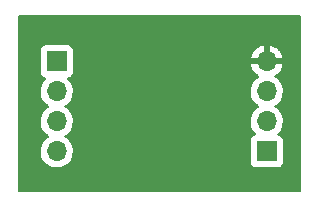
<source format=gbr>
%TF.GenerationSoftware,KiCad,Pcbnew,(6.0.6)*%
%TF.CreationDate,2022-10-14T11:17:07+05:30*%
%TF.ProjectId,SHT30_breakout,53485433-305f-4627-9265-616b6f75742e,rev?*%
%TF.SameCoordinates,Original*%
%TF.FileFunction,Copper,L2,Bot*%
%TF.FilePolarity,Positive*%
%FSLAX46Y46*%
G04 Gerber Fmt 4.6, Leading zero omitted, Abs format (unit mm)*
G04 Created by KiCad (PCBNEW (6.0.6)) date 2022-10-14 11:17:07*
%MOMM*%
%LPD*%
G01*
G04 APERTURE LIST*
%TA.AperFunction,ComponentPad*%
%ADD10R,1.700000X1.700000*%
%TD*%
%TA.AperFunction,ComponentPad*%
%ADD11O,1.700000X1.700000*%
%TD*%
G04 APERTURE END LIST*
D10*
%TO.P,J1,1,Pin_1*%
%TO.N,Net-(IC1-Pad1)*%
X83820000Y-58420000D03*
D11*
%TO.P,J1,2,Pin_2*%
%TO.N,Net-(IC1-Pad2)*%
X83820000Y-60960000D03*
%TO.P,J1,3,Pin_3*%
%TO.N,Net-(J1-Pad3)*%
X83820000Y-63500000D03*
%TO.P,J1,4,Pin_4*%
%TO.N,Net-(IC1-Pad4)*%
X83820000Y-66040000D03*
%TD*%
D10*
%TO.P,J2,1,Pin_1*%
%TO.N,Net-(C1-Pad1)*%
X101600000Y-66040000D03*
D11*
%TO.P,J2,2,Pin_2*%
%TO.N,Net-(J2-Pad2)*%
X101600000Y-63500000D03*
%TO.P,J2,3,Pin_3*%
%TO.N,Net-(J2-Pad3)*%
X101600000Y-60960000D03*
%TO.P,J2,4,Pin_4*%
%TO.N,GND*%
X101600000Y-58420000D03*
%TD*%
%TA.AperFunction,Conductor*%
%TO.N,GND*%
G36*
X104433621Y-54528502D02*
G01*
X104480114Y-54582158D01*
X104491500Y-54634500D01*
X104491500Y-69365500D01*
X104471498Y-69433621D01*
X104417842Y-69480114D01*
X104365500Y-69491500D01*
X80634500Y-69491500D01*
X80566379Y-69471498D01*
X80519886Y-69417842D01*
X80508500Y-69365500D01*
X80508500Y-66006695D01*
X82457251Y-66006695D01*
X82457548Y-66011848D01*
X82457548Y-66011851D01*
X82463011Y-66106590D01*
X82470110Y-66229715D01*
X82471247Y-66234761D01*
X82471248Y-66234767D01*
X82491119Y-66322939D01*
X82519222Y-66447639D01*
X82603266Y-66654616D01*
X82719987Y-66845088D01*
X82866250Y-67013938D01*
X83038126Y-67156632D01*
X83231000Y-67269338D01*
X83439692Y-67349030D01*
X83444760Y-67350061D01*
X83444763Y-67350062D01*
X83552017Y-67371883D01*
X83658597Y-67393567D01*
X83663772Y-67393757D01*
X83663774Y-67393757D01*
X83876673Y-67401564D01*
X83876677Y-67401564D01*
X83881837Y-67401753D01*
X83886957Y-67401097D01*
X83886959Y-67401097D01*
X84098288Y-67374025D01*
X84098289Y-67374025D01*
X84103416Y-67373368D01*
X84108366Y-67371883D01*
X84312429Y-67310661D01*
X84312434Y-67310659D01*
X84317384Y-67309174D01*
X84517994Y-67210896D01*
X84699860Y-67081173D01*
X84858096Y-66923489D01*
X84917594Y-66840689D01*
X84985435Y-66746277D01*
X84988453Y-66742077D01*
X85087430Y-66541811D01*
X85152370Y-66328069D01*
X85181529Y-66106590D01*
X85183156Y-66040000D01*
X85164852Y-65817361D01*
X85110431Y-65600702D01*
X85021354Y-65395840D01*
X84900014Y-65208277D01*
X84749670Y-65043051D01*
X84745619Y-65039852D01*
X84745615Y-65039848D01*
X84578414Y-64907800D01*
X84578410Y-64907798D01*
X84574359Y-64904598D01*
X84533053Y-64881796D01*
X84483084Y-64831364D01*
X84468312Y-64761921D01*
X84493428Y-64695516D01*
X84520780Y-64668909D01*
X84564603Y-64637650D01*
X84699860Y-64541173D01*
X84858096Y-64383489D01*
X84917594Y-64300689D01*
X84985435Y-64206277D01*
X84988453Y-64202077D01*
X85087430Y-64001811D01*
X85152370Y-63788069D01*
X85181529Y-63566590D01*
X85183156Y-63500000D01*
X85180418Y-63466695D01*
X100237251Y-63466695D01*
X100237548Y-63471848D01*
X100237548Y-63471851D01*
X100243011Y-63566590D01*
X100250110Y-63689715D01*
X100251247Y-63694761D01*
X100251248Y-63694767D01*
X100271119Y-63782939D01*
X100299222Y-63907639D01*
X100383266Y-64114616D01*
X100499987Y-64305088D01*
X100646250Y-64473938D01*
X100650230Y-64477242D01*
X100654981Y-64481187D01*
X100694616Y-64540090D01*
X100696113Y-64611071D01*
X100658997Y-64671593D01*
X100618725Y-64696112D01*
X100530095Y-64729338D01*
X100503295Y-64739385D01*
X100386739Y-64826739D01*
X100299385Y-64943295D01*
X100248255Y-65079684D01*
X100241500Y-65141866D01*
X100241500Y-66938134D01*
X100248255Y-67000316D01*
X100299385Y-67136705D01*
X100386739Y-67253261D01*
X100503295Y-67340615D01*
X100639684Y-67391745D01*
X100701866Y-67398500D01*
X102498134Y-67398500D01*
X102560316Y-67391745D01*
X102696705Y-67340615D01*
X102813261Y-67253261D01*
X102900615Y-67136705D01*
X102951745Y-67000316D01*
X102958500Y-66938134D01*
X102958500Y-65141866D01*
X102951745Y-65079684D01*
X102900615Y-64943295D01*
X102813261Y-64826739D01*
X102696705Y-64739385D01*
X102669905Y-64729338D01*
X102578203Y-64694960D01*
X102521439Y-64652318D01*
X102496739Y-64585756D01*
X102511947Y-64516408D01*
X102533493Y-64487727D01*
X102634435Y-64387137D01*
X102638096Y-64383489D01*
X102697594Y-64300689D01*
X102765435Y-64206277D01*
X102768453Y-64202077D01*
X102867430Y-64001811D01*
X102932370Y-63788069D01*
X102961529Y-63566590D01*
X102963156Y-63500000D01*
X102944852Y-63277361D01*
X102890431Y-63060702D01*
X102801354Y-62855840D01*
X102680014Y-62668277D01*
X102529670Y-62503051D01*
X102525619Y-62499852D01*
X102525615Y-62499848D01*
X102358414Y-62367800D01*
X102358410Y-62367798D01*
X102354359Y-62364598D01*
X102313053Y-62341796D01*
X102263084Y-62291364D01*
X102248312Y-62221921D01*
X102273428Y-62155516D01*
X102300780Y-62128909D01*
X102344603Y-62097650D01*
X102479860Y-62001173D01*
X102638096Y-61843489D01*
X102697594Y-61760689D01*
X102765435Y-61666277D01*
X102768453Y-61662077D01*
X102867430Y-61461811D01*
X102932370Y-61248069D01*
X102961529Y-61026590D01*
X102963156Y-60960000D01*
X102944852Y-60737361D01*
X102890431Y-60520702D01*
X102801354Y-60315840D01*
X102680014Y-60128277D01*
X102529670Y-59963051D01*
X102525619Y-59959852D01*
X102525615Y-59959848D01*
X102358414Y-59827800D01*
X102358410Y-59827798D01*
X102354359Y-59824598D01*
X102312569Y-59801529D01*
X102262598Y-59751097D01*
X102247826Y-59681654D01*
X102272942Y-59615248D01*
X102300294Y-59588641D01*
X102475328Y-59463792D01*
X102483200Y-59457139D01*
X102634052Y-59306812D01*
X102640730Y-59298965D01*
X102765003Y-59126020D01*
X102770313Y-59117183D01*
X102864670Y-58926267D01*
X102868469Y-58916672D01*
X102930377Y-58712910D01*
X102932555Y-58702837D01*
X102933986Y-58691962D01*
X102931775Y-58677778D01*
X102918617Y-58674000D01*
X100283225Y-58674000D01*
X100269694Y-58677973D01*
X100268257Y-58687966D01*
X100298565Y-58822446D01*
X100301645Y-58832275D01*
X100381770Y-59029603D01*
X100386413Y-59038794D01*
X100497694Y-59220388D01*
X100503777Y-59228699D01*
X100643213Y-59389667D01*
X100650580Y-59396883D01*
X100814434Y-59532916D01*
X100822881Y-59538831D01*
X100891969Y-59579203D01*
X100940693Y-59630842D01*
X100953764Y-59700625D01*
X100927033Y-59766396D01*
X100886584Y-59799752D01*
X100873607Y-59806507D01*
X100869474Y-59809610D01*
X100869471Y-59809612D01*
X100745567Y-59902642D01*
X100694965Y-59940635D01*
X100540629Y-60102138D01*
X100414743Y-60286680D01*
X100320688Y-60489305D01*
X100260989Y-60704570D01*
X100237251Y-60926695D01*
X100237548Y-60931848D01*
X100237548Y-60931851D01*
X100243011Y-61026590D01*
X100250110Y-61149715D01*
X100251247Y-61154761D01*
X100251248Y-61154767D01*
X100271119Y-61242939D01*
X100299222Y-61367639D01*
X100383266Y-61574616D01*
X100499987Y-61765088D01*
X100646250Y-61933938D01*
X100818126Y-62076632D01*
X100888595Y-62117811D01*
X100891445Y-62119476D01*
X100940169Y-62171114D01*
X100953240Y-62240897D01*
X100926509Y-62306669D01*
X100886055Y-62340027D01*
X100873607Y-62346507D01*
X100869474Y-62349610D01*
X100869471Y-62349612D01*
X100845247Y-62367800D01*
X100694965Y-62480635D01*
X100540629Y-62642138D01*
X100414743Y-62826680D01*
X100320688Y-63029305D01*
X100260989Y-63244570D01*
X100237251Y-63466695D01*
X85180418Y-63466695D01*
X85164852Y-63277361D01*
X85110431Y-63060702D01*
X85021354Y-62855840D01*
X84900014Y-62668277D01*
X84749670Y-62503051D01*
X84745619Y-62499852D01*
X84745615Y-62499848D01*
X84578414Y-62367800D01*
X84578410Y-62367798D01*
X84574359Y-62364598D01*
X84533053Y-62341796D01*
X84483084Y-62291364D01*
X84468312Y-62221921D01*
X84493428Y-62155516D01*
X84520780Y-62128909D01*
X84564603Y-62097650D01*
X84699860Y-62001173D01*
X84858096Y-61843489D01*
X84917594Y-61760689D01*
X84985435Y-61666277D01*
X84988453Y-61662077D01*
X85087430Y-61461811D01*
X85152370Y-61248069D01*
X85181529Y-61026590D01*
X85183156Y-60960000D01*
X85164852Y-60737361D01*
X85110431Y-60520702D01*
X85021354Y-60315840D01*
X84900014Y-60128277D01*
X84896532Y-60124450D01*
X84752798Y-59966488D01*
X84721746Y-59902642D01*
X84730141Y-59832143D01*
X84775317Y-59777375D01*
X84801761Y-59763706D01*
X84908297Y-59723767D01*
X84916705Y-59720615D01*
X85033261Y-59633261D01*
X85120615Y-59516705D01*
X85171745Y-59380316D01*
X85178500Y-59318134D01*
X85178500Y-58154183D01*
X100264389Y-58154183D01*
X100265912Y-58162607D01*
X100278292Y-58166000D01*
X101327885Y-58166000D01*
X101343124Y-58161525D01*
X101344329Y-58160135D01*
X101346000Y-58152452D01*
X101346000Y-58147885D01*
X101854000Y-58147885D01*
X101858475Y-58163124D01*
X101859865Y-58164329D01*
X101867548Y-58166000D01*
X102918344Y-58166000D01*
X102931875Y-58162027D01*
X102933180Y-58152947D01*
X102891214Y-57985875D01*
X102887894Y-57976124D01*
X102802972Y-57780814D01*
X102798105Y-57771739D01*
X102682426Y-57592926D01*
X102676136Y-57584757D01*
X102532806Y-57427240D01*
X102525273Y-57420215D01*
X102358139Y-57288222D01*
X102349552Y-57282517D01*
X102163117Y-57179599D01*
X102153705Y-57175369D01*
X101952959Y-57104280D01*
X101942988Y-57101646D01*
X101871837Y-57088972D01*
X101858540Y-57090432D01*
X101854000Y-57104989D01*
X101854000Y-58147885D01*
X101346000Y-58147885D01*
X101346000Y-57103102D01*
X101342082Y-57089758D01*
X101327806Y-57087771D01*
X101289324Y-57093660D01*
X101279288Y-57096051D01*
X101076868Y-57162212D01*
X101067359Y-57166209D01*
X100878463Y-57264542D01*
X100869738Y-57270036D01*
X100699433Y-57397905D01*
X100691726Y-57404748D01*
X100544590Y-57558717D01*
X100538104Y-57566727D01*
X100418098Y-57742649D01*
X100413000Y-57751623D01*
X100323338Y-57944783D01*
X100319775Y-57954470D01*
X100264389Y-58154183D01*
X85178500Y-58154183D01*
X85178500Y-57521866D01*
X85171745Y-57459684D01*
X85120615Y-57323295D01*
X85033261Y-57206739D01*
X84916705Y-57119385D01*
X84780316Y-57068255D01*
X84718134Y-57061500D01*
X82921866Y-57061500D01*
X82859684Y-57068255D01*
X82723295Y-57119385D01*
X82606739Y-57206739D01*
X82519385Y-57323295D01*
X82468255Y-57459684D01*
X82461500Y-57521866D01*
X82461500Y-59318134D01*
X82468255Y-59380316D01*
X82519385Y-59516705D01*
X82606739Y-59633261D01*
X82723295Y-59720615D01*
X82731704Y-59723767D01*
X82731705Y-59723768D01*
X82840451Y-59764535D01*
X82897216Y-59807176D01*
X82921916Y-59873738D01*
X82906709Y-59943087D01*
X82887316Y-59969568D01*
X82760629Y-60102138D01*
X82634743Y-60286680D01*
X82540688Y-60489305D01*
X82480989Y-60704570D01*
X82457251Y-60926695D01*
X82457548Y-60931848D01*
X82457548Y-60931851D01*
X82463011Y-61026590D01*
X82470110Y-61149715D01*
X82471247Y-61154761D01*
X82471248Y-61154767D01*
X82491119Y-61242939D01*
X82519222Y-61367639D01*
X82603266Y-61574616D01*
X82719987Y-61765088D01*
X82866250Y-61933938D01*
X83038126Y-62076632D01*
X83108595Y-62117811D01*
X83111445Y-62119476D01*
X83160169Y-62171114D01*
X83173240Y-62240897D01*
X83146509Y-62306669D01*
X83106055Y-62340027D01*
X83093607Y-62346507D01*
X83089474Y-62349610D01*
X83089471Y-62349612D01*
X83065247Y-62367800D01*
X82914965Y-62480635D01*
X82760629Y-62642138D01*
X82634743Y-62826680D01*
X82540688Y-63029305D01*
X82480989Y-63244570D01*
X82457251Y-63466695D01*
X82457548Y-63471848D01*
X82457548Y-63471851D01*
X82463011Y-63566590D01*
X82470110Y-63689715D01*
X82471247Y-63694761D01*
X82471248Y-63694767D01*
X82491119Y-63782939D01*
X82519222Y-63907639D01*
X82603266Y-64114616D01*
X82719987Y-64305088D01*
X82866250Y-64473938D01*
X83038126Y-64616632D01*
X83099196Y-64652318D01*
X83111445Y-64659476D01*
X83160169Y-64711114D01*
X83173240Y-64780897D01*
X83146509Y-64846669D01*
X83106055Y-64880027D01*
X83093607Y-64886507D01*
X83089474Y-64889610D01*
X83089471Y-64889612D01*
X82919100Y-65017530D01*
X82914965Y-65020635D01*
X82760629Y-65182138D01*
X82634743Y-65366680D01*
X82540688Y-65569305D01*
X82480989Y-65784570D01*
X82457251Y-66006695D01*
X80508500Y-66006695D01*
X80508500Y-54634500D01*
X80528502Y-54566379D01*
X80582158Y-54519886D01*
X80634500Y-54508500D01*
X104365500Y-54508500D01*
X104433621Y-54528502D01*
G37*
%TD.AperFunction*%
%TD*%
M02*

</source>
